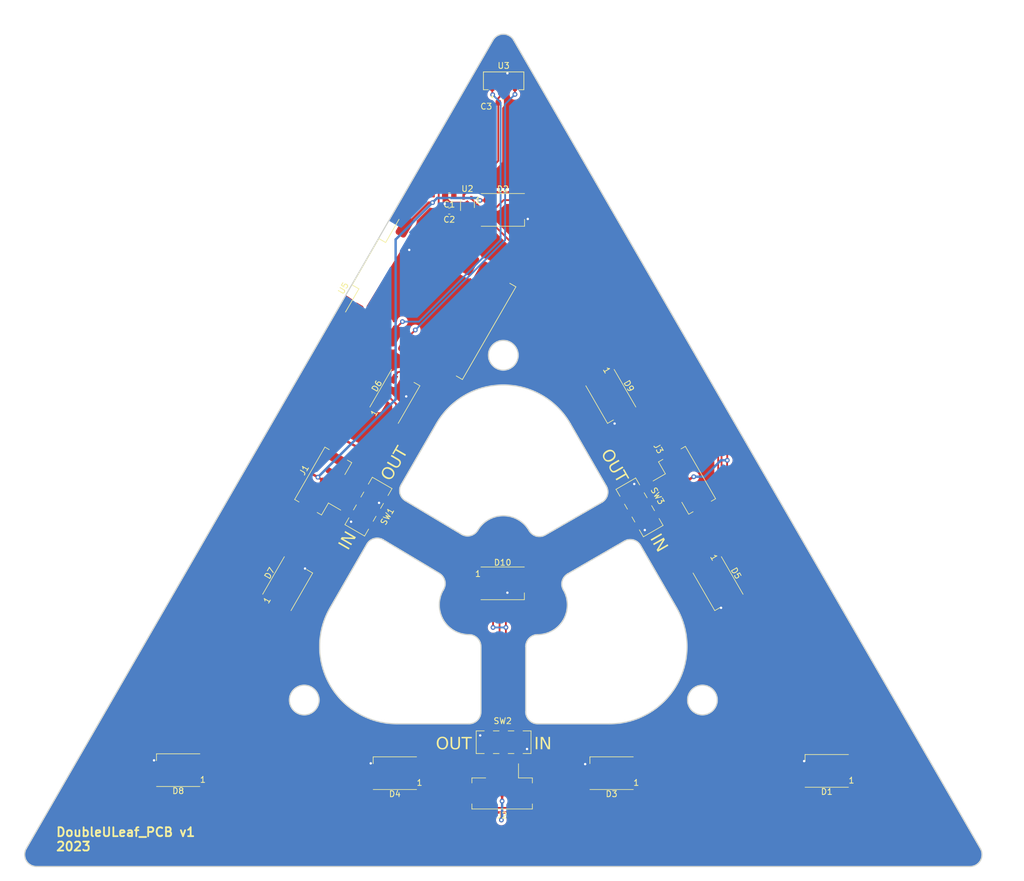
<source format=kicad_pcb>
(kicad_pcb (version 20221018) (generator pcbnew)
  (layers (0 "F.Cu" signal) (31 "B.Cu" signal) (34 "B.Paste" user) (35 "F.Paste" user) (36 "B.SilkS" user "B.Silkscreen") (37 "F.SilkS" user "F.Silkscreen") (38 "B.Mask" user) (39 "F.Mask" user) (44 "Edge.Cuts" user))
  (net 0 "")
  (net 1 "GND")
  (net 2 "DIN")
  (net 3 "+5V")
  (net 4 "Net-(D1-DOUT)")
  (net 5 "Net-(D2-DOUT)")
  (net 6 "DOUT")
  (net 7 "Net-(D5-DOUT)")
  (net 8 "Net-(D6-DOUT)")
  (net 9 "+3V3")
  (net 10 "Net-(J1-Pin_1)")
  (net 11 "Net-(J2-Pin_1)")
  (net 12 "Net-(J3-Pin_1)")
  (net 13 "ESP_DOUT")
  (net 14 "SDA")
  (net 15 "SCL")
  (net 16 "Net-(D7-DOUT)")
  (net 17 "Net-(D10-DIN)")
  (net 28 "Net-(D1-DIN)")
  (net 29 "Net-(D3-DIN)")
  (net 30 "Net-(D4-DIN)")
  (net 31 "Net-(J1-Pin_3)")
  (net 32 "Net-(J2-Pin_3)")
  (net 33 "Net-(J3-Pin_3)")
  (footprint "Connector_JST:JST_PH_B3B-PH-SM4-TB_1x03-1MP_P2.00mm_Vertical" (layer "F.Cu") (at 115.951 96.139 60)
    (fp_text reference "J1" (at 0 -5.45 60) (layer "F.SilkS"))
    (fp_text value "Conn_01x03_Pin")
    (pad "1" smd roundrect (at -2 0.5 60) (size 1 5.5) (layers "F.Cu" "F.Paste" "F.Mask") (net 10 "Net-(J1-Pin_1)"))
    (pad "2" smd roundrect (at 0 0.5 60) (size 1 5.5) (layers "F.Cu" "F.Paste" "F.Mask") (net 3 "+5V"))
    (pad "3" smd roundrect (at 2 0.5 60) (size 1 5.5) (layers "F.Cu" "F.Paste" "F.Mask") (net 31 "Net-(J1-Pin_3)"))
    (pad "MP" smd roundrect (at -4.4 -1.75 60) (size 1.6 3) (layers "F.Cu" "F.Paste" "F.Mask") (roundrect_rratio 0.15625))
    (pad "MP" smd roundrect (at 4.4 -1.75 60) (size 1.6 3) (layers "F.Cu" "F.Paste" "F.Mask") (roundrect_rratio 0.15625))
  )
  (footprint "LED_SMD:LED_WS2812B_PLCC4_5.0x5.0mm_P3.2mm" (layer "F.Cu") (at 90.043 143.891 180)
    (fp_text reference "D8" (at 0 -3.5 180) (layer "F.SilkS"))
    (fp_text value "WS2812B")
    (fp_text user "1" (at -4.15 -1.6 180) (layer "F.SilkS"))
    (pad "1" smd rect (at -2.45 -1.65 180) (size 1.5 0.9) (layers "F.Cu" "F.Paste" "F.Mask") (net 3 "+5V"))
    (pad "2" smd rect (at -2.45 1.65 180) (size 1.5 0.9) (layers "F.Cu" "F.Paste" "F.Mask") (net 30 "Net-(D4-DIN)"))
    (pad "3" smd rect (at 2.45 1.65 180) (size 1.5 0.9) (layers "F.Cu" "F.Paste" "F.Mask") (net 1 "GND"))
    (pad "4" smd rect (at 2.45 -1.65 180) (size 1.5 0.9) (layers "F.Cu" "F.Paste" "F.Mask") (net 16 "Net-(D7-DOUT)"))
  )
  (footprint "LED_SMD:LED_WS2812B_PLCC4_5.0x5.0mm_P3.2mm" (layer "F.Cu") (at 144.616 112.471)
    (fp_text reference "D10" (at 0 -3.5) (layer "F.SilkS"))
    (fp_text value "WS2812B")
    (fp_text user "1" (at -4.15 -1.6) (layer "F.SilkS"))
    (pad "1" smd rect (at -2.45 -1.65) (size 1.5 0.9) (layers "F.Cu" "F.Paste" "F.Mask") (net 3 "+5V"))
    (pad "2" smd rect (at -2.45 1.65) (size 1.5 0.9) (layers "F.Cu" "F.Paste" "F.Mask") (net 6 "DOUT"))
    (pad "3" smd rect (at 2.45 1.65) (size 1.5 0.9) (layers "F.Cu" "F.Paste" "F.Mask") (net 1 "GND"))
    (pad "4" smd rect (at 2.45 -1.65) (size 1.5 0.9) (layers "F.Cu" "F.Paste" "F.Mask") (net 17 "Net-(D10-DIN)"))
  )
  (footprint "Sensor:XDCR_VEML7700-TT" (layer "F.Cu") (at 144.78 27.94 90)
    (fp_text reference "U3" (at 2.54 0 180) (layer "F.SilkS"))
    (fp_text value "VEML7700-TT")
    (pad "1" smd rect (at -0.9 -1.905 90) (size 1.6 0.7) (layers "F.Cu" "F.Paste" "F.Mask") (net 14 "SDA"))
    (pad "2" smd rect (at -0.9 -0.635 90) (size 1.6 0.7) (layers "F.Cu" "F.Paste" "F.Mask") (net 9 "+3V3"))
    (pad "3" smd rect (at -0.9 0.635 90) (size 1.6 0.7) (layers "F.Cu" "F.Paste" "F.Mask") (net 1 "GND"))
    (pad "4" smd rect (at -0.9 1.905 90) (size 1.6 0.7) (layers "F.Cu" "F.Paste" "F.Mask") (net 15 "SCL"))
  )
  (footprint "Connector_JST:JST_PH_B3B-PH-SM4-TB_1x03-1MP_P2.00mm_Vertical" (layer "F.Cu") (at 174.117 96.012 -60)
    (fp_text reference "J3" (at -7.040276 -0.251884 120) (layer "F.SilkS"))
    (fp_text value "Conn_01x03_Pin")
    (pad "1" smd roundrect (at -2 0.5 300) (size 1 5.5) (layers "F.Cu" "F.Paste" "F.Mask") (net 12 "Net-(J3-Pin_1)"))
    (pad "2" smd roundrect (at 0 0.5 300) (size 1 5.5) (layers "F.Cu" "F.Paste" "F.Mask") (net 3 "+5V"))
    (pad "3" smd roundrect (at 2 0.5 300) (size 1 5.5) (layers "F.Cu" "F.Paste" "F.Mask") (net 33 "Net-(J3-Pin_3)"))
    (pad "MP" smd roundrect (at -4.4 -1.75 300) (size 1.6 3) (layers "F.Cu" "F.Paste" "F.Mask") (roundrect_rratio 0.15625))
    (pad "MP" smd roundrect (at 4.4 -1.75 300) (size 1.6 3) (layers "F.Cu" "F.Paste" "F.Mask") (roundrect_rratio 0.15625))
  )
  (footprint "Capacitor_SMD:C_0603_1608Metric" (layer "F.Cu") (at 144.653 31.623)
    (fp_text reference "C3" (at -2.794 0.635) (layer "F.SilkS"))
    (fp_text value "100nF")
    (pad "1" smd roundrect (at -0.775 0) (size 0.9 0.95) (layers "F.Cu" "F.Paste" "F.Mask") (net 9 "+3V3"))
    (pad "2" smd roundrect (at 0.775 0) (size 0.9 0.95) (layers "F.Cu" "F.Paste" "F.Mask") (net 1 "GND"))
  )
  (footprint "Capacitor_SMD:C_0603_1608Metric" (layer "F.Cu") (at 135.636 49.85 180)
    (fp_text reference "C2" (at 0 -1.43 180) (layer "F.SilkS"))
    (fp_text value "100nF")
    (pad "1" smd roundrect (at -0.775 0 180) (size 0.9 0.95) (layers "F.Cu" "F.Paste" "F.Mask") (net 9 "+3V3"))
    (pad "2" smd roundrect (at 0.775 0 180) (size 0.9 0.95) (layers "F.Cu" "F.Paste" "F.Mask") (net 1 "GND"))
  )
  (footprint "LED_SMD:LED_WS2812B_PLCC4_5.0x5.0mm_P3.2mm" (layer "F.Cu") (at 180.848 112.522 -60)
    (fp_text reference "D5" (at 0 -3.5 -60) (layer "F.SilkS"))
    (fp_text value "WS2812B")
    (fp_text user "1" (at -4.15 -1.6 -60) (layer "F.SilkS"))
    (pad "1" smd rect (at -2.45 -1.65 300) (size 1.5 0.9) (layers "F.Cu" "F.Paste" "F.Mask") (net 3 "+5V"))
    (pad "2" smd rect (at -2.45 1.65 300) (size 1.5 0.9) (layers "F.Cu" "F.Paste" "F.Mask") (net 7 "Net-(D5-DOUT)"))
    (pad "3" smd rect (at 2.45 1.65 300) (size 1.5 0.9) (layers "F.Cu" "F.Paste" "F.Mask") (net 1 "GND"))
    (pad "4" smd rect (at 2.45 -1.65 300) (size 1.5 0.9) (layers "F.Cu" "F.Paste" "F.Mask") (net 4 "Net-(D1-DOUT)"))
  )
  (footprint "LED_SMD:LED_WS2812B_PLCC4_5.0x5.0mm_P3.2mm" (layer "F.Cu") (at 162.814 81.026 -60)
    (fp_text reference "D9" (at 0 -3.5 -60) (layer "F.SilkS"))
    (fp_text value "WS2812B")
    (fp_text user "1" (at -4.15 -1.6 -60) (layer "F.SilkS"))
    (pad "1" smd rect (at -2.45 -1.65 300) (size 1.5 0.9) (layers "F.Cu" "F.Paste" "F.Mask") (net 3 "+5V"))
    (pad "2" smd rect (at -2.45 1.65 300) (size 1.5 0.9) (layers "F.Cu" "F.Paste" "F.Mask") (net 17 "Net-(D10-DIN)"))
    (pad "3" smd rect (at 2.45 1.65 300) (size 1.5 0.9) (layers "F.Cu" "F.Paste" "F.Mask") (net 1 "GND"))
    (pad "4" smd rect (at 2.45 -1.65 300) (size 1.5 0.9) (layers "F.Cu" "F.Paste" "F.Mask") (net 7 "Net-(D5-DOUT)"))
  )
  (footprint "LED_SMD:LED_WS2812B_PLCC4_5.0x5.0mm_P3.2mm" (layer "F.Cu") (at 108.458 112.522 60)
    (fp_text reference "D7" (at 0 -3.5 60) (layer "F.SilkS"))
    (fp_text value "WS2812B")
    (fp_text user "1" (at -4.15 -1.6 60) (layer "F.SilkS"))
    (pad "1" smd rect (at -2.45 -1.65 60) (size 1.5 0.9) (layers "F.Cu" "F.Paste" "F.Mask") (net 3 "+5V"))
    (pad "2" smd rect (at -2.45 1.65 60) (size 1.5 0.9) (layers "F.Cu" "F.Paste" "F.Mask") (net 16 "Net-(D7-DOUT)"))
    (pad "3" smd rect (at 2.45 1.65 60) (size 1.5 0.9) (layers "F.Cu" "F.Paste" "F.Mask") (net 1 "GND"))
    (pad "4" smd rect (at 2.45 -1.65 60) (size 1.5 0.9) (layers "F.Cu" "F.Paste" "F.Mask") (net 8 "Net-(D6-DOUT)"))
  )
  (footprint "LED_SMD:LED_WS2812B_PLCC4_5.0x5.0mm_P3.2mm" (layer "F.Cu") (at 126.492 81.026 60)
    (fp_text reference "D6" (at 0 -3.5 60) (layer "F.SilkS"))
    (fp_text value "WS2812B")
    (fp_text user "1" (at -4.15 -1.6 60) (layer "F.SilkS"))
    (pad "1" smd rect (at -2.45 -1.65 60) (size 1.5 0.9) (layers "F.Cu" "F.Paste" "F.Mask") (net 3 "+5V"))
    (pad "2" smd rect (at -2.45 1.65 60) (size 1.5 0.9) (layers "F.Cu" "F.Paste" "F.Mask") (net 8 "Net-(D6-DOUT)"))
    (pad "3" smd rect (at 2.45 1.65 60) (size 1.5 0.9) (layers "F.Cu" "F.Paste" "F.Mask") (net 1 "GND"))
    (pad "4" smd rect (at 2.45 -1.65 60) (size 1.5 0.9) (layers "F.Cu" "F.Paste" "F.Mask") (net 5 "Net-(D2-DOUT)"))
  )
  (footprint "LED_SMD:LED_WS2812B_PLCC4_5.0x5.0mm_P3.2mm" (layer "F.Cu") (at 199.136 144.018 180)
    (fp_text reference "D1" (at 0 -3.5 180) (layer "F.SilkS"))
    (fp_text value "WS2812B")
    (fp_text user "1" (at -4.15 -1.6 180) (layer "F.SilkS"))
    (pad "1" smd rect (at -2.45 -1.65 180) (size 1.5 0.9) (layers "F.Cu" "F.Paste" "F.Mask") (net 3 "+5V"))
    (pad "2" smd rect (at -2.45 1.65 180) (size 1.5 0.9) (layers "F.Cu" "F.Paste" "F.Mask") (net 4 "Net-(D1-DOUT)"))
    (pad "3" smd rect (at 2.45 1.65 180) (size 1.5 0.9) (layers "F.Cu" "F.Paste" "F.Mask") (net 1 "GND"))
    (pad "4" smd rect (at 2.45 -1.65 180) (size 1.5 0.9) (layers "F.Cu" "F.Paste" "F.Mask") (net 28 "Net-(D1-DIN)"))
  )
  (footprint "LED_SMD:LED_WS2812B_PLCC4_5.0x5.0mm_P3.2mm" (layer "F.Cu") (at 144.653 49.657)
    (fp_text reference "D2" (at 0 -3.5) (layer "F.SilkS"))
    (fp_text value "WS2812B")
    (fp_text user "1" (at -4.15 -1.6) (layer "F.SilkS"))
    (pad "1" smd rect (at -2.45 -1.65) (size 1.5 0.9) (layers "F.Cu" "F.Paste" "F.Mask") (net 3 "+5V"))
    (pad "2" smd rect (at -2.45 1.65) (size 1.5 0.9) (layers "F.Cu" "F.Paste" "F.Mask") (net 5 "Net-(D2-DOUT)"))
    (pad "3" smd rect (at 2.45 1.65) (size 1.5 0.9) (layers "F.Cu" "F.Paste" "F.Mask") (net 1 "GND"))
    (pad "4" smd rect (at 2.45 -1.65) (size 1.5 0.9) (layers "F.Cu" "F.Paste" "F.Mask") (net 2 "DIN"))
  )
  (footprint "Button_Switch_SMD:SW_DPDT_CK_JS202011JCQN" (layer "F.Cu") (at 144.78 139.192)
    (fp_text reference "SW2" (at -0.157692 -3.575131 180) (layer "F.SilkS"))
    (fp_text value "SW_DPDT_x2")
    (pad "1" smd rect (at -2.5 -1.2) (size 1 1.6) (layers "F.Cu" "F.Paste" "F.Mask") (net 1 "GND"))
    (pad "2" smd rect (at 0 -1.2) (size 1 1.6) (layers "F.Cu" "F.Paste" "F.Mask") (net 32 "Net-(J2-Pin_3)"))
    (pad "3" smd rect (at 2.5 -1.2) (size 1 1.6) (layers "F.Cu" "F.Paste" "F.Mask") (net 2 "DIN"))
    (pad "4" smd rect (at -2.5 1.2) (size 1 1.6) (layers "F.Cu" "F.Paste" "F.Mask") (net 6 "DOUT"))
    (pad "5" smd rect (at 0 1.2) (size 1 1.6) (layers "F.Cu" "F.Paste" "F.Mask") (net 11 "Net-(J2-Pin_1)"))
    (pad "6" smd rect (at 2.5 1.2) (size 1 1.6) (layers "F.Cu" "F.Paste" "F.Mask") (net 1 "GND"))
  )
  (footprint "Espressif:MODULE_ESP32-C3_SUPERMINI_1" (layer "F.Cu") (at 132.515917 64.714 60)
    (fp_text reference "U5" (at -5.715 -13.6525 60) (layer "F.SilkS"))
    (fp_text value "ESP32-C3_SUPERMINI")
    (pad "0" smd roundrect (at 8.382 7.88 60) (size 3.4925 1.905) (layers "F.Cu" "F.Paste" "F.Mask"))
    (pad "1" smd roundrect (at 8.382 5.34 60) (size 3.4925 1.905) (layers "F.Cu" "F.Paste" "F.Mask"))
    (pad "2" smd roundrect (at 8.382 2.8 60) (size 3.4925 1.905) (layers "F.Cu" "F.Paste" "F.Mask") (net 13 "ESP_DOUT"))
    (pad "3" smd roundrect (at 8.382 0.26 60) (size 3.4925 1.905) (layers "F.Cu" "F.Paste" "F.Mask"))
    (pad "3.3" smd roundrect (at 8.382 -4.82 60) (size 3.4925 1.905) (layers "F.Cu" "F.Paste" "F.Mask") (net 9 "+3V3"))
    (pad "4" smd roundrect (at 8.382 -2.28 60) (size 3.4925 1.905) (layers "F.Cu" "F.Paste" "F.Mask"))
    (pad "5" smd roundrect (at -8.41375 -9.9 60) (size 3.4925 1.905) (layers "F.Cu" "F.Paste" "F.Mask"))
    (pad "5V" smd roundrect (at 8.382 -9.9 60) (size 3.4925 1.905) (layers "F.Cu" "F.Paste" "F.Mask") (net 3 "+5V"))
    (pad "6" smd roundrect (at -8.382 -7.36 60) (size 3.4925 1.905) (layers "F.Cu" "F.Paste" "F.Mask"))
    (pad "7" smd roundrect (at -8.382 -4.82 60) (size 3.4925 1.905) (layers "F.Cu" "F.Paste" "F.Mask"))
    (pad "8" smd roundrect (at -8.382 -2.28 60) (size 3.4925 1.905) (layers "F.Cu" "F.Paste" "F.Mask") (net 14 "SDA"))
    (pad "9" smd roundrect (at -8.382 0.26 60) (size 3.4925 1.905) (layers "F.Cu" "F.Paste" "F.Mask") (net 15 "SCL"))
    (pad "10" smd roundrect (at -8.382 2.8 60) (size 3.4925 1.905) (layers "F.Cu" "F.Paste" "F.Mask"))
    (pad "20" smd roundrect (at -8.382 5.34 60) (size 3.4925 1.905) (layers "F.Cu" "F.Paste" "F.Mask"))
    (pad "21" smd roundrect (at -8.382 7.88 60) (size 3.4925 1.905) (layers "F.Cu" "F.Paste" "F.Mask"))
    (pad "G" smd roundrect (at 8.382 -7.36 60) (size 3.4925 1.905) (layers "F.Cu" "F.Paste" "F.Mask") (net 1 "GND"))
  )
  (footprint "Button_Switch_SMD:SW_DPDT_CK_JS202011JCQN" (layer "F.Cu") (at 122.047 99.568 -120)
    (fp_text reference "SW1" (at -0.157692 -3.575131 60) (layer "F.SilkS"))
    (fp_text value "SW_DPDT_x2")
    (pad "1" smd rect (at -2.5 -1.2 240) (size 1 1.6) (layers "F.Cu" "F.Paste" "F.Mask") (net 1 "GND"))
    (pad "2" smd rect (at 0 -1.2 240) (size 1 1.6) (layers "F.Cu" "F.Paste" "F.Mask") (net 31 "Net-(J1-Pin_3)"))
    (pad "3" smd rect (at 2.5 -1.2 240) (size 1 1.6) (layers "F.Cu" "F.Paste" "F.Mask") (net 2 "DIN"))
    (pad "4" smd rect (at -2.5 1.2 240) (size 1 1.6) (layers "F.Cu" "F.Paste" "F.Mask") (net 6 "DOUT"))
    (pad "5" smd rect (at 0 1.2 240) (size 1 1.6) (layers "F.Cu" "F.Paste" "F.Mask") (net 10 "Net-(J1-Pin_1)"))
    (pad "6" smd rect (at 2.5 1.2 240) (size 1 1.6) (layers "F.Cu" "F.Paste" "F.Mask") (net 1 "GND"))
  )
  (footprint "Package_TO_SOT_SMD:SOT-353_SC-70-5" (layer "F.Cu") (at 138.699 48.58 90)
    (fp_text reference "U2" (at 2.479 -0.015) (layer "F.SilkS"))
    (fp_text value "SN74AUP1T34DCK")
    (pad "1" smd rect (at -0.95 -0.65 90) (size 0.65 0.4) (layers "F.Cu" "F.Paste" "F.Mask") (net 9 "+3V3"))
    (pad "2" smd rect (at -0.95 0 90) (size 0.65 0.4) (layers "F.Cu" "F.Paste" "F.Mask") (net 13 "ESP_DOUT"))
    (pad "3" smd rect (at -0.95 0.65 90) (size 0.65 0.4) (layers "F.Cu" "F.Paste" "F.Mask") (net 1 "GND"))
    (pad "4" smd rect (at 0.95 0.65 90) (size 0.65 0.4) (layers "F.Cu" "F.Paste" "F.Mask") (net 2 "DIN"))
    (pad "5" smd rect (at 0.95 -0.65 90) (size 0.65 0.4) (layers "F.Cu" "F.Paste" "F.Mask") (net 3 "+5V"))
  )
  (footprint "Connector_JST:JST_PH_B3B-PH-SM4-TB_1x03-1MP_P2.00mm_Vertical" (layer "F.Cu") (at 144.526 146.058 180)
    (fp_text reference "J2" (at 0 -5.45) (layer "F.SilkS"))
    (fp_text value "Conn_01x03_Pin")
    (pad "1" smd roundrect (at -2 0.5 180) (size 1 5.5) (layers "F.Cu" "F.Paste" "F.Mask") (net 11 "Net-(J2-Pin_1)"))
    (pad "2" smd roundrect (at 0 0.5 180) (size 1 5.5) (layers "F.Cu" "F.Paste" "F.Mask") (net 3 "+5V"))
    (pad "3" smd roundrect (at 2 0.5 180) (size 1 5.5) (layers "F.Cu" "F.Paste" "F.Mask") (net 32 "Net-(J2-Pin_3)"))
    (pad "MP" smd roundrect (at -4.4 -1.75 180) (size 1.6 3) (layers "F.Cu" "F.Paste" "F.Mask") (roundrect_rratio 0.15625))
    (pad "MP" smd roundrect (at 4.4 -1.75 180) (size 1.6 3) (layers "F.Cu" "F.Paste" "F.Mask") (roundrect_rratio 0.15625))
  )
  (footprint "LED_SMD:LED_WS2812B_PLCC4_5.0x5.0mm_P3.2mm" (layer "F.Cu") (at 126.492 144.399 180)
    (fp_text reference "D4" (at 0 -3.5 180) (layer "F.SilkS"))
    (fp_text value "WS2812B")
    (fp_text user "1" (at -4.15 -1.6 180) (layer "F.SilkS"))
    (pad "1" smd rect (at -2.45 -1.65 180) (size 1.5 0.9) (layers "F.Cu" "F.Paste" "F.Mask") (net 3 "+5V"))
    (pad "2" smd rect (at -2.45 1.65 180) (size 1.5 0.9) (layers "F.Cu" "F.Paste" "F.Mask") (net 29 "Net-(D3-DIN)"))
    (pad "3" smd rect (at 2.45 1.65 180) (size 1.5 0.9) (layers "F.Cu" "F.Paste" "F.Mask") (net 1 "GND"))
    (pad "4" smd rect (at 2.45 -1.65 180) (size 1.5 0.9) (layers "F.Cu" "F.Paste" "F.Mask") (net 30 "Net-(D4-DIN)"))
  )
  (footprint "Button_Switch_SMD:SW_DPDT_CK_JS202011JCQN" (layer "F.Cu") (at 167.64 99.695 -60)
    (fp_text reference "SW3" (at -0.157692 -3.575131 120) (layer "F.SilkS"))
    (fp_text value "SW_DPDT_x2")
    (pad "1" smd rect (at -2.5 -1.2 300) (size 1 1.6) (layers "F.Cu" "F.Paste" "F.Mask") (net 1 "GND"))
    (pad "2" smd rect (at 0 -1.2 300) (size 1 1.6) (layers "F.Cu" "F.Paste" "F.Mask") (net 33 "Net-(J3-Pin_3)"))
    (pad "3" smd rect (at 2.5 -1.2 300) (size 1 1.6) (layers "F.Cu" "F.Paste" "F.Mask") (net 2 "DIN"))
    (pad "4" smd rect (at -2.5 1.2 300) (size 1 1.6) (layers "F.Cu" "F.Paste" "F.Mask") (net 6 "DOUT"))
    (pad "5" smd rect (at 0 1.2 300) (size 1 1.6) (layers "F.Cu" "F.Paste" "F.Mask") (net 12 "Net-(J3-Pin_1)"))
    (pad "6" smd rect (at 2.5 1.2 300) (size 1 1.6) (layers "F.Cu" "F.Paste" "F.Mask") (net 1 "GND"))
  )
  (footprint "Capacitor_SMD:C_0603_1608Metric" (layer "F.Cu") (at 135.636 47.31 180)
    (fp_text reference "C1" (at 0 -1.43 180) (layer "F.SilkS"))
    (fp_text value "100nF")
    (pad "1" smd roundrect (at -0.775 0 180) (size 0.9 0.95) (layers "F.Cu" "F.Paste" "F.Mask") (net 3 "+5V"))
    (pad "2" smd roundrect (at 0.775 0 180) (size 0.9 0.95) (layers "F.Cu" "F.Paste" "F.Mask") (net 1 "GND"))
  )
  (footprint "LED_SMD:LED_WS2812B_PLCC4_5.0x5.0mm_P3.2mm" (layer "F.Cu") (at 162.941 144.399 180)
    (fp_text reference "D3" (at 0 -3.5 180) (layer "F.SilkS"))
    (fp_text value "WS2812B")
    (fp_text user "1" (at -4.15 -1.6 180) (layer "F.SilkS"))
    (pad "1" smd rect (at -2.45 -1.65 180) (size 1.5 0.9) (layers "F.Cu" "F.Paste" "F.Mask") (net 3 "+5V"))
    (pad "2" smd rect (at -2.45 1.65 180) (size 1.5 0.9) (layers "F.Cu" "F.Paste" "F.Mask") (net 28 "Net-(D1-DIN)"))
    (pad "3" smd rect (at 2.45 1.65 180) (size 1.5 0.9) (layers "F.Cu" "F.Paste" "F.Mask") (net 1 "GND"))
    (pad "4" smd rect (at 2.45 -1.65 180) (size 1.5 0.9) (layers "F.Cu" "F.Paste" "F.Mask") (net 29 "Net-(D3-DIN)"))
  )
  (gr_arc (start 138.962736 121.094358) (mid 140.37695 121.680144) (end 140.962736 123.094358) (stroke (width 0.2)) (layer "Edge.Cuts"))
  (gr_line (start 148.501738 123.094358) (end 148.501738 134.094358) (stroke (width 0.2)) (layer "Edge.Cuts"))
  (gr_arc (start 154.831865 113.594358) (mid 154.831865 118.594358) (end 150.501738 121.094358) (stroke (width 0.2)) (layer "Edge.Cuts"))
  (gr_line (start 162.052745 96.101289) (end 155.990567 85.601289) (stroke (width 0.2)) (layer "Edge.Cuts"))
  (gr_line (start 155.563916 110.862307) (end 165.090195 105.362307) (stroke (width 0.2)) (layer "Edge.Cuts"))
  (gr_arc (start 140.962736 134.094358) (mid 140.376949 135.508571) (end 138.962736 136.094358) (stroke (width 0.2)) (layer "Edge.Cuts"))
  (gr_arc (start 165.090195 105.362307) (mid 166.607833 105.162506) (end 167.822246 106.094358) (stroke (width 0.2)) (layer "Edge.Cuts"))
  (gr_arc (start 121.778065 105.859081) (mid 123.00707 104.923379) (end 124.53614 105.142319) (stroke (width 0.2)) (layer "Edge.Cuts"))
  (gr_arc (start 151.794415 104.333339) (mid 150.276777 104.53314) (end 149.062364 103.601289) (stroke (width 0.2)) (layer "Edge.Cuts"))
  (gr_arc (start 138.962736 121.094358) (mid 134.632609 118.594358) (end 134.632609 113.594358) (stroke (width 0.2)) (layer "Edge.Cuts"))
  (gr_line (start 133.979408 110.786099) (end 124.53614 105.142319) (stroke (width 0.2)) (layer "Edge.Cuts"))
  (gr_arc (start 126.83838 136.094358) (mid 115.58005 129.594358) (end 115.58005 116.594358) (stroke (width 0.2)) (layer "Edge.Cuts"))
  (gr_line (start 126.83838 136.094358) (end 138.962736 136.094358) (stroke (width 0.2)) (layer "Edge.Cuts"))
  (gr_arc (start 66.216602 160.094358) (mid 64.484551 159.094358) (end 64.484551 157.094358) (stroke (width 0.2)) (layer "Edge.Cuts"))
  (gr_arc (start 140.40211 103.601289) (mid 144.732237 101.101289) (end 149.062364 103.601289) (stroke (width 0.2)) (layer "Edge.Cuts"))
  (gr_arc (start 140.454935 103.509792) (mid 139.225931 104.445495) (end 137.69686 104.226554) (stroke (width 0.2)) (layer "Edge.Cuts"))
  (gr_line (start 121.778065 105.859081) (end 115.58005 116.594358) (stroke (width 0.2)) (layer "Edge.Cuts"))
  (gr_line (start 140.962736 123.094358) (end 140.962736 134.094358) (stroke (width 0.2)) (layer "Edge.Cuts"))
  (gr_line (start 150.501738 136.094358) (end 162.626094 136.094358) (stroke (width 0.2)) (layer "Edge.Cuts"))
  (gr_arc (start 128.253592 98.582774) (mid 127.343914 97.369058) (end 127.547566 95.866012) (stroke (width 0.2)) (layer "Edge.Cuts"))
  (gr_circle (center 178.219772 132.093706) (end 180.719772 132.093706) (stroke (width 0.2)) (fill none) (layer "Edge.Cuts"))
  (gr_line (start 173.884424 116.594358) (end 167.822246 106.094358) (stroke (width 0.2)) (layer "Edge.Cuts"))
  (gr_arc (start 162.052745 96.101289) (mid 162.252546 97.618927) (end 161.320694 98.833339) (stroke (width 0.2)) (layer "Edge.Cuts"))
  (gr_arc (start 143.000186 21.101289) (mid 144.732237 20.101289) (end 146.464288 21.101289) (stroke (width 0.2)) (layer "Edge.Cuts"))
  (gr_arc (start 224.979923 157.094358) (mid 224.979923 159.094358) (end 223.247872 160.094358) (stroke (width 0.2)) (layer "Edge.Cuts"))
  (gr_arc (start 150.501738 136.094358) (mid 149.087524 135.508572) (end 148.501738 134.094358) (stroke (width 0.2)) (layer "Edge.Cuts"))
  (gr_line (start 151.794415 104.333339) (end 161.320694 98.833339) (stroke (width 0.2)) (layer "Edge.Cuts"))
  (gr_line (start 223.247872 160.094358) (end 66.216602 160.094358) (stroke (width 0.2)) (layer "Edge.Cuts"))
  (gr_arc (start 154.831865 113.594358) (mid 154.632064 112.07672) (end 155.563916 110.862307) (stroke (width 0.2)) (layer "Edge.Cuts"))
  (gr_arc (start 133.979408 110.786099) (mid 134.889086 111.999815) (end 134.685434 113.502861) (stroke (width 0.2)) (layer "Edge.Cuts"))
  (gr_circle (center 111.244165 132.096439) (end 113.744165 132.096439) (stroke (width 0.2)) (fill none) (layer "Edge.Cuts"))
  (gr_line (start 64.484551 157.094358) (end 143.000186 21.101289) (stroke (width 0.2)) (layer "Edge.Cuts"))
  (gr_line (start 134.685434 113.502861) (end 134.632609 113.594358) (stroke (width 0.2)) (layer "Edge.Cuts"))
  (gr_arc (start 133.473907 85.601289) (mid 144.732237 79.101289) (end 155.990567 85.601289) (stroke (width 0.2)) (layer "Edge.Cuts"))
  (gr_arc (start 173.884424 116.594358) (mid 173.884424 129.594358) (end 162.626094 136.094358) (stroke (width 0.2)) (layer "Edge.Cuts"))
  (gr_line (start 140.40211 103.601289) (end 140.454935 103.509792) (stroke (width 0.2)) (layer "Edge.Cuts"))
  (gr_line (start 133.473907 85.601289) (end 127.547566 95.866012) (stroke (width 0.2)) (layer "Edge.Cuts"))
  (gr_line (start 146.464288 21.101289) (end 224.979923 157.094358) (stroke (width 0.2)) (layer "Edge.Cuts"))
  (gr_circle (center 144.727662 74.101817) (end 147.227662 74.101817) (stroke (width 0.2)) (fill none) (layer "Edge.Cuts"))
  (gr_line (start 128.253592 98.582774) (end 137.69686 104.226554) (stroke (width 0.2)) (layer "Edge.Cuts"))
  (gr_arc (start 148.501738 123.094358) (mid 149.087524 121.680144) (end 150.501738 121.094358) (stroke (width 0.2)) (layer "Edge.Cuts"))
  (gr_text "OUT" (at 127.508 92.964 60) (layer "F.SilkS") (effects (font (size 2.032 2.032)) (justify bottom)))
  (gr_text "IN" (at 151.384 140.716) (layer "F.SilkS") (effects (font (size 2.032 2.032)) (justify bottom)))
  (gr_text "OUT" (at 162.306 93.345 300) (layer "F.SilkS") (effects (font (size 2.032 2.032)) (justify bottom)))
  (gr_text "IN" (at 169.799 106.299 300) (layer "F.SilkS") (effects (font (size 2.032 2.032)) (justify bottom)))
  (gr_text "IN" (at 119.634 105.918 60) (layer "F.SilkS") (effects (font (size 2.032 2.032)) (justify bottom)))
  (gr_text "OUT" (at 136.398 140.716) (layer "F.SilkS") (effects (font (size 2.032 2.032)) (justify bottom)))
  (gr_text "DoubleULeaf_PCB v1\n2023" (at 69.3674 157.607) (layer "F.SilkS") (effects (font (size 1.5 1.5) (thickness 0.3) bold) (justify left bottom)))
  (segment (start 134.874 49.837) (end 134.861 49.85) (width 0.4064) (layer "F.Cu") (net 1))
  (segment (start 145.428 31.623) (end 145.415 31.61) (width 0.4064) (layer "F.Cu") (net 1))
  (segment (start 167.85077 102.82677) (end 168.529 103.505) (width 0.4064) (layer "F.Cu") (net 1))
  (segment (start 148.66 140.392) (end 148.717 140.335) (width 0.4064) (layer "F.Cu") (net 1))
  (segment (start 145.415 28.84) (end 145.415 26.67) (width 0.4064) (layer "F.Cu") (net 1))
  (segment (start 160.491 142.799) (end 158.572 142.799) (width 0.4064) (layer "F.Cu") (net 1))
  (segment (start 162.653359 83.947762) (end 163.449 85.598) (width 0.4064) (layer "F.Cu") (net 1))
  (segment (start 130.33297 53.774975) (end 128.905 56.388) (width 0.4064) (layer "F.Cu") (net 1))
  (segment (start 196.686 142.418) (end 195.377 142.418) (width 0.4064) (layer "F.Cu") (net 1))
  (segment (start 142.28 137.992) (end 140.9 137.992) (width 0.4064) (layer "F.Cu") (net 1))
  (segment (start 129.413 56.896) (end 129.921 56.896) (width 0.3048) (layer "F.Cu") (net 1))
  (segment (start 167.42923 96.43623) (end 166.751 95.758) (width 0.4064) (layer "F.Cu") (net 1))
  (segment (start 140.9 137.992) (end 140.843 138.049) (width 0.4064) (layer "F.Cu") (net 1))
  (segment (start 87.593 142.291) (end 86.03 142.291) (width 0.4064) (layer "F.Cu") (net 1))
  (segment (start 122.479 142.799) (end 122.428 142.748) (width 0.4064) (layer "F.Cu") (net 1))
  (segment (start 147.103 51.257) (end 148.768 51.257) (width 0.4064) (layer "F.Cu") (net 1))
  (segment (start 124.042 142.799) (end 122.479 142.799) (width 0.4064) (layer "F.Cu") (net 1))
  (segment (start 110.814641 111.200238) (end 111.379 109.982) (width 0.4064) (layer "F.Cu") (net 1))
  (segment (start 134.874 48.643) (end 134.874 47.323) (width 0.4064) (layer "F.Cu") (net 1))
  (segment (start 119.75777 101.133064) (end 119.126 102.108) (width 0.4064) (layer "F.Cu") (net 1))
  (segment (start 134.874 47.323) (end 134.861 47.31) (width 0.4064) (layer "F.Cu") (net 1))
  (segment (start 167.42923 96.929936) (end 167.42923 96.43623) (width 0.4064) (layer "F.Cu") (net 1))
  (segment (start 145.415 31.61) (end 145.415 28.84) (width 0.4064) (layer "F.Cu") (net 1))
  (segment (start 195.377 142.418) (end 195.326 142.367) (width 0.4064) (layer "F.Cu") (net 1))
  (segment (start 148.768 51.257) (end 148.844 51.181) (width 0.4064) (layer "F.Cu") (net 1))
  (segment (start 86.03 142.291) (end 85.979 142.24) (width 0.4064) (layer "F.Cu") (net 1))
  (segment (start 129.102641 79.704238) (end 128.397 81.026) (width 0.4064) (layer "F.Cu") (net 1))
  (segment (start 158.572 142.799) (end 158.496 142.875) (width 0.4064) (layer "F.Cu") (net 1))
  (segment (start 128.905 56.388) (end 129.413 56.896) (width 0.3048) (layer "F.Cu") (net 1))
  (segment (start 167.85077 102.460064) (end 167.85077 102.82677) (width 0.4064) (layer "F.Cu") (net 1))
  (segment (start 124.33623 98.002936) (end 123.825 98.933) (width 0.4064) (layer "F.Cu") (net 1))
  (segment (start 145.44 114.071) (end 145.415 114.046) (width 0.4064) (layer "F.Cu") (net 1))
  (segment (start 147.28 140.392) (end 148.66 140.392) (width 0.4064) (layer "F.Cu") (net 1))
  (segment (start 134.874 48.643) (end 134.874 49.837) (width 0.4064) (layer "F.Cu") (net 1))
  (segment (start 180.687359 115.443762) (end 181.356 116.586) (width 0.4064) (layer "F.Cu") (net 1))
  (segment (start 147.066 114.071) (end 145.44 114.071) (width 0.4064) (layer "F.Cu") (net 1))
  (via (at 148.844 51.181) (size 0.8) (drill 0.4) (layers "F.Cu" "B.Cu") (net 1))
  (via (at 168.529 103.505) (size 0.8) (drill 0.4) (layers "F.Cu" "B.Cu") (net 1))
  (via (at 145.415 114.046) (size 0.8) (drill 0.4) (layers "F.Cu" "B.Cu") (net 1))
  (via (at 134.874 48.643) (size 0.8) (drill 0.4) (layers "F.Cu" "B.Cu") (net 1))
  (via (at 195.326 142.367) (size 0.8) (drill 0.4) (layers "F.Cu" "B.Cu") (net 1))
  (via (at 128.397 81.026) (size 0.8) (drill 0.4) (layers "F.Cu" "B.Cu") (net 1))
  (via (at 123.825 98.933) (size 0.8) (drill 0.4) (layers "F.Cu" "B.Cu") (net 1))
  (via (at 128.905 56.388) (size 0.8) (drill 0.4) (layers "F.Cu" "B.Cu") (net 1))
  (via (at 158.496 142.875) (size 0.8) (drill 0.4) (layers "F.Cu" "B.Cu") (net 1))
  (via (at 140.843 138.049) (size 0.8) (drill 0.4) (layers "F.Cu" "B.Cu") (net 1))
  (via (at 181.356 116.586) (size 0.8) (drill 0.4) (layers "F.Cu" "B.Cu") (net 1))
  (via (at 122.428 142.748) (size 0.8) (drill 0.4) (layers "F.Cu" "B.Cu") (net 1))
  (via (at 163.449 85.598) (size 0.8) (drill 0.4) (layers "F.Cu" "B.Cu") (net 1))
  (via (at 119.126 102.108) (size 0.8) (drill 0.4) (layers "F.Cu" "B.Cu") (net 1))
  (via (at 166.751 95.758) (size 0.8) (drill 0.4) (layers "F.Cu" "B.Cu") (net 1))
  (via (at 111.379 109.982) (size 0.8) (drill 0.4) (layers "F.Cu" "B.Cu") (net 1))
  (via (at 148.717 140.335) (size 0.8) (drill 0.4) (layers "F.Cu" "B.Cu") (net 1))
  (via (at 85.979 142.24) (size 0.8) (drill 0.4) (layers "F.Cu" "B.Cu") (net 1))
  (via (at 145.415 26.67) (size 0.8) (drill 0.4) (layers "F.Cu" "B.Cu") (net 1))
  (segment (start 161.29 101.981) (end 166.116 101.981) (width 0.3048) (layer "F.Cu") (net 2))
  (segment (start 180.8734 100.1014) (end 179.714736 101.260064) (width 0.3048) (layer "F.Cu") (net 2))
  (segment (start 162.2298 60.628304) (end 162.2298 75.8952) (width 0.3048) (layer "F.Cu") (net 2))
  (segment (start 179.714736 101.260064) (end 169.92923 101.260064) (width 0.3048) (layer "F.Cu") (net 2))
  (segment (start 143.637 49.149) (end 140.743 49.149) (width 0.3048) (layer "F.Cu") (net 2))
  (segment (start 147.103 48.007) (end 149.608496 48.007) (width 0.3048) (layer "F.Cu") (net 2))
  (segment (start 166.116 101.981) (end 167.894 100.965) (width 0.3048) (layer "F.Cu") (net 2))
  (segment (start 161.8488 76.2762) (end 161.0614 78.4098) (width 0.3048) (layer "F.Cu") (net 2))
  (segment (start 167.894 100.965) (end 169.888166 101.219) (width 0.3048) (layer "F.Cu") (net 2))
  (segment (start 164.5158 83.7692) (end 166.4462 83.7692) (width 0.3048) (layer "F.Cu") (net 2))
  (segment (start 162.2298 75.8952) (end 161.8488 76.2762) (width 0.3048) (layer "F.Cu") (net 2))
  (segment (start 143.002 117.122263) (end 128.212801 102.333064) (width 0.3048) (layer "F.Cu") (net 2))
  (segment (start 161.417 78.994) (end 164.5158 83.7692) (width 0.3048) (layer "F.Cu") (net 2))
  (segment (start 145.161 134.747) (end 147.28 136.866) (width 0.3048) (layer "F.Cu") (net 2))
  (segment (start 145.161 118.11) (end 161.29 101.981) (width 0.3048) (layer "F.Cu") (net 2))
  (segment (start 161.0614 78.4098) (end 161.417 78.994) (width 0.3048) (layer "F.Cu") (net 2))
  (segment (start 149.608496 48.007) (end 162.2298 60.628304) (width 0.3048) (layer "F.Cu") (net 2))
  (segment (start 169.888166 101.219) (end 169.92923 101.260064) (width 0.3048) (layer "F.Cu") (net 2))
  (segment (start 147.28 136.866) (end 147.28 137.992) (width 0.3048) (layer "F.Cu") (net 2))
  (segment (start 180.8734 90.477662) (end 180.8734 100.1014) (width 0.3048) (layer "F.Cu") (net 2))
  (segment (start 145.161 119.888) (end 145.161 118.11) (width 0.3048) (layer "F.Cu") (net 2))
  (segment (start 169.4688 80.7466) (end 171.142338 80.7466) (width 0.3048) (layer "F.Cu") (net 2))
  (segment (start 171.142338 80.7466) (end 180.8734 90.477662) (width 0.3048) (layer "F.Cu") (net 2))
  (segment (start 147.103 48.007) (end 144.779 48.007) (width 0.3048) (layer "F.Cu") (net 2))
  (segment (start 144.779 48.007) (end 143.637 49.149) (width 0.3048) (layer "F.Cu") (net 2))
  (segment (start 128.212801 102.333064) (end 121.83623 102.333064) (width 0.3048) (layer "F.Cu") (net 2))
  (segment (start 166.4462 83.7692) (end 169.4688 80.7466) (width 0.3048) (layer "F.Cu") (net 2))
  (segment (start 140.743 49.149) (end 139.349 47.755) (width 0.3048) (layer "F.Cu") (net 2))
  (segment (start 143.002 119.888) (end 143.002 117.122263) (width 0.3048) (layer "F.Cu") (net 2))
  (segment (start 139.349 47.755) (end 139.349 47.63) (width 0.3048) (layer "F.Cu") (net 2))
  (segment (start 145.161 119.888) (end 145.161 134.747) (width 0.3048) (layer "F.Cu") (net 2))
  (via (at 145.161 119.888) (size 0.8) (drill 0.4) (layers "F.Cu" "B.Cu") (net 2))
  (via (at 143.002 119.888) (size 0.8) (drill 0.4) (layers "F.Cu" "B.Cu") (net 2))
  (segment (start 143.002 119.888) (end 145.161 119.888) (width 0.3048) (layer "B.Cu") (net 2))
  (segment (start 140.792 48.057) (end 142.203 48.057) (width 0.4064) (layer "F.Cu") (net 3))
  (segment (start 109.475969 111.961231) (end 109.475969 108.961339) (width 0.4064) (layer "F.Cu") (net 3))
  (segment (start 126.902779 98.911979) (end 138.8618 110.871) (width 0.4064) (layer "F.Cu") (net 3))
  (segment (start 116.6876 81.1022) (end 122.527676 81.1022) (width 0.4064) (layer "F.Cu") (net 3))
  (segment (start 198.9328 122.375704) (end 191.707577 115.150481) (width 0.4064) (layer "F.Cu") (net 3))
  (segment (start 84.582 151.003) (end 92.5576 151.003) (width 0.4064) (layer "F.Cu") (net 3))
  (segment (start 165.391 146.049) (end 165.391 150.9914) (width 0.4064) (layer "F.Cu") (net 3))
  (segment (start 105.593359 113.843762) (end 105.593359 113.989641) (width 0.4064) (layer "F.Cu") (net 3))
  (segment (start 114.8588 84.1756) (end 116.6876 81.1022) (width 0.4064) (layer "F.Cu") (net 3))
  (segment (start 105.804058 113.818762) (end 107.618438 113.818762) (width 0.4064) (layer "F.Cu") (net 3))
  (segment (start 83.4644 149.8854) (end 84.582 151.003) (width 0.4064) (layer "F.Cu") (net 3))
  (segment (start 109.093 108.57837) (end 109.093 94.1578) (width 0.4064) (layer "F.Cu") (net 3))
  (segment (start 182.3974 90.421138) (end 171.478262 79.502) (width 0.3048) (layer "F.Cu") (net 3))
  (segment (start 182.3974 91.7702) (end 182.372 91.7956) (width 0.3048) (layer "F.Cu") (net 3))
  (segment (start 182.372 91.7956) (end 182.372 108.25518) (width 0.3048) (layer "F.Cu") (net 3))
  (segment (start 197.2956 147.3052) (end 198.9828 145.618) (width 0.4064) (layer "F.Cu") (net 3))
  (segment (start 198.9328 145.668) (end 198.9328 122.375704) (width 0.4064) (layer "F.Cu") (net 3))
  (segment (start 92.493 150.9384) (end 92.5576 151.003) (width 0.4064) (layer "F.Cu") (net 3))
  (segment (start 109.093 94.1578) (end 114.1476 85.3694) (width 0.4064) (layer "F.Cu") (net 3))
  (segment (start 142.203 48.007) (end 142.203 46.7752) (width 0.4064) (layer "F.Cu") (net 3))
  (segment (start 132.200441 48.4378) (end 132.8166 48.4378) (width 0.4064) (layer "F.Cu") (net 3))
  (segment (start 182.372 108.25518) (end 181.051942 109.575238) (width 0.3048) (layer "F.Cu") (net 3))
  (segment (start 105.593359 113.989641) (end 83.4644 136.1186) (width 0.4064) (layer "F.Cu") (net 3))
  (segment (start 128.942 146.049) (end 128.9558 146.0628) (width 0.4064) (layer "F.Cu") (net 3))
  (segment (start 142.113 46.6852) (end 138.4808 46.6852) (width 0.4064) (layer "F.Cu") (net 3))
  (segment (start 138.4808 46.6852) (end 138.049 47.117) (width 0.4064) (layer "F.Cu") (net 3))
  (segment (start 116.384013 96.389) (end 113.538 94.615) (width 0.4064) (layer "F.Cu") (net 3))
  (segment (start 144.399 151.003) (end 165.3794 151.003) (width 0.4064) (layer "F.Cu") (net 3))
  (segment (start 114.1476 85.3694) (end 114.8588 84.1756) (width 0.4064) (layer "F.Cu") (net 3))
  (segment (start 165.3794 151.003) (end 194.283104 151.003) (width 0.4064) (layer "F.Cu") (net 3))
  (segment (start 171.478262 79.502) (end 164.372403 79.502) (width 0.3048) (layer "F.Cu") (net 3))
  (segment (start 201.586 145.668) (end 198.9328 145.668) (width 0.4064) (layer "F.Cu") (net 3))
  (segment (start 138.049 47.117) (end 138.049 47.63) (width 0.4064) (layer "F.Cu") (net 3))
  (segment (start 182.2196 115.150481) (end 181.0004 113.03) (width 0.4064) (layer "F.Cu") (net 3))
  (segment (start 149.1488 46.6852) (end 142.113 46.6852) (width 0.4064) (layer "F.Cu") (net 3))
  (segment (start 113.850816 85.885416) (end 117.856 88.265) (width 0.4064) (layer "F.Cu") (net 3))
  (segment (start 197.2956 147.990504) (end 197.2956 147.3052) (width 0.4064) (layer "F.Cu") (net 3))
  (segment (start 142.203 46.7752) (end 142.113 46.6852) (width 0.4064) (layer "F.Cu") (net 3))
  (segment (start 173.683987 96.262) (end 176.7586 94.5388) (width 0.4064) (layer "F.Cu") (net 3))
  (segment (start 138.8618 110.871) (end 142.166 110.871) (width 0.4064) (layer "F.Cu") (net 3))
  (segment (start 181.0004 113.03) (end 181.051942 109.575238) (width 0.4064) (layer "F.Cu") (net 3))
  (segment (start 128.133266 52.504975) (end 132.200441 48.4378) (width 0.4064) (layer "F.Cu") (net 3))
  (segment (start 191.707577 115.150481) (end 182.2196 115.150481) (width 0.4064) (layer "F.Cu") (net 3))
  (segment (start 125.7808 92.71) (end 126.902779 98.911979) (width 0.4064) (layer "F.Cu") (net 3))
  (segment (start 83.4644 136.1186) (end 83.4644 149.8854) (width 0.4064) (layer "F.Cu") (net 3))
  (segment (start 163.017942 78.079238) (end 162.8902 77.951496) (width 0.4064) (layer "F.Cu") (net 3))
  (segment (start 138.049 47.63) (end 136.731 47.63) (width 0.3048) (layer "F.Cu") (net 3))
  (segment (start 92.493 145.541) (end 92.493 150.9384) (width 0.4064) (layer "F.Cu") (net 3))
  (segment (start 165.391 150.9914) (end 165.3794 151.003) (width 0.4064) (layer "F.Cu") (net 3))
  (segment (start 128.9558 146.0628) (end 128.9558 151.003) (width 0.4064) (layer "F.Cu") (net 3))
  (segment (start 144.526 145.558) (end 144.526 149.098) (width 0.4064) (layer "F.Cu") (net 3))
  (segment (start 128.9558 151.003) (end 144.399 151.003) (width 0.4064) (layer "F.Cu") (net 3))
  (segment (start 194.283104 151.003) (end 197.2956 147.990504) (width 0.4064) (layer "F.Cu") (net 3))
  (segment (start 162.8902 77.951496) (end 162.8902 60.4266) (width 0.4064) (layer "F.Cu") (net 3))
  (segment (start 109.475969 108.961339) (end 109.093 108.57837) (width 0.4064) (layer "F.Cu") (net 3))
  (segment (start 136.731 47.63) (end 136.411 47.31) (width 0.3048) (layer "F.Cu") (net 3))
  (segment (start 144.399 152.273) (end 144.399 151.003) (width 0.4064) (layer "F.Cu") (net 3))
  (segment (start 92.5576 151.003) (end 128.9558 151.003) (width 0.4064) (layer "F.Cu") (net 3))
  (segment (start 109.974077 92.625877) (end 113.538 94.615) (width 0.4064) (layer "F.Cu") (net 3))
  (segment (start 164.372403 79.502) (end 162.974641 78.104238) (width 0.3048) (layer "F.Cu") (net 3))
  (segment (start 198.9828 145.618) (end 201.586 145.618) (width 0.4064) (layer "F.Cu") (net 3))
  (segment (start 122.527676 81.1022) (end 123.773238 82.347762) (width 0.4064) (layer "F.Cu") (net 3))
  (segment (start 107.618438 113.818762) (end 109.475969 111.961231) (width 0.4064) (layer "F.Cu") (net 3))
  (segment (start 162.8902 60.4266) (end 149.1488 46.6852) (width 0.4064) (layer "F.Cu") (net 3))
  (segment (start 117.856 88.265) (end 125.7808 92.71) (width 0.4064) (layer "F.Cu") (net 3))
  (segment (start 182.3974 91.7702) (end 182.3974 90.421138) (width 0.3048) (layer "F.Cu") (net 3))
  (via (at 132.8166 48.4378) (size 0.8) (drill 0.4) (layers "F.Cu" "B.Cu") (net 3))
  (via (at 144.399 152.273) (size 0.8) (drill 0.4) (layers "F.Cu" "B.Cu") (net 3))
  (via (at 144.526 149.098) (size 0.8) (drill 0.4) (layers "F.Cu" "B.Cu") (net 3))
  (via (at 176.7586 94.5388) (size 0.8) (drill 0.4) (layers "F.Cu" "B.Cu") (net 3))
  (via (at 113.538 94.615) (size 0.8) (drill 0.4) (layers "F.Cu" "B.Cu") (net 3))
  (via (at 140.792 48.057) (size 0.8) (drill 0.4) (layers "F.Cu" "B.Cu") (net 3))
  (via (at 182.3974 91.7702) (size 0.8) (drill 0.4) (layers "F.Cu" "B.Cu") (net 3))
  (segment (start 133.5976 47.6568) (end 132.8166 48.4378) (width 0.4064) (layer "B.Cu") (net 3))
  (segment (start 181.331342 91.7702) (end 178.562742 94.5388) (width 0.4064) (layer "B.Cu") (net 3))
  (segment (start 140.3918 47.6568) (end 133.5976 47.6568) (width 0.4064) (layer "B.Cu") (net 3))
  (segment (start 132.8166 48.4378) (end 126.619 54.6354) (width 0.4064) (layer "B.Cu") (net 3))
  (segment (start 126.619 54.6354) (end 126.619 81.534) (width 0.4064) (layer "B.Cu") (net 3))
  (segment (start 178.562742 94.5388) (end 176.7586 94.5388) (width 0.4064) (layer "B.Cu") (net 3))
  (segment (start 144.526 152.146) (end 144.399 152.273) (width 0.4064) (layer "B.Cu") (net 3))
  (segment (start 144.526 149.098) (end 144.526 152.146) (width 0.4064) (layer "B.Cu") (net 3))
  (segment (start 182.3974 91.7702) (end 181.331342 91.7702) (width 0.4064) (layer "B.Cu") (net 3))
  (segment (start 126.619 81.534) (end 113.538 94.615) (width 0.4064) (layer "B.Cu") (net 3))
  (segment (start 140.792 48.057) (end 140.3918 47.6568) (width 0.4064) (layer "B.Cu") (net 3))
  (segment (start 191.6176 114.1984) (end 183.88158 114.1984) (width 0.3048) (layer "F.Cu") (net 4))
  (segment (start 183.501942 113.818762) (end 183.483641 113.818762) (width 0.3048) (layer "F.Cu") (net 4))
  (segment (start 201.586 142.368) (end 200.1022 142.368) (width 0.3048) (layer "F.Cu") (net 4))
  (segment (start 183.88158 114.1984) (end 183.501942 113.818762) (width 0.3048) (layer "F.Cu") (net 4))
  (segment (start 200.1022 142.368) (end 199.5424 141.8082) (width 0.3048) (layer "F.Cu") (net 4))
  (segment (start 201.586 142.418) (end 201.586 142.368) (width 0.3048) (layer "F.Cu") (net 4))
  (segment (start 199.5424 122.1232) (end 191.6176 114.1984) (width 0.3048) (layer "F.Cu") (net 4))
  (segment (start 199.5424 141.8082) (end 199.5424 122.1232) (width 0.3048) (layer "F.Cu") (net 4))
  (segment (start 183.483641 113.818762) (end 183.458641 113.843762) (width 0.3048) (layer "F.Cu") (net 4))
  (segment (start 134.5438 79.6036) (end 128.7018 76.6572) (width 0.3048) (layer "F.Cu") (net 5))
  (segment (start 128.7018 76.6572) (end 126.9492 76.962) (width 0.3048) (layer "F.Cu") (net 5))
  (segment (start 142.203 51.257) (end 146.05 55.104) (width 0.3048) (layer "F.Cu") (net 5))
  (segment (start 126.9492 76.962) (end 126.288058 78.079238) (width 0.3048) (layer "F.Cu") (net 5))
  (segment (start 136.144 79.248) (end 134.5438 79.6036) (width 0.3048) (layer "F.Cu") (net 5))
  (segment (start 146.05 55.104) (end 146.05 61.722) (width 0.3048) (layer "F.Cu") (net 5))
  (segment (start 146.05 61.722) (end 138.811 74.803) (width 0.3048) (layer "F.Cu") (net 5))
  (segment (start 138.811 74.803) (end 136.144 79.248) (width 0.3048) (layer "F.Cu") (net 5))
  (segment (start 165.35077 98.129936) (end 165.014064 98.129936) (width 0.3048) (layer "F.Cu") (net 6))
  (segment (start 123.317 95.758) (end 125.9332 97.409) (width 0.3048) (layer "F.Cu") (net 6))
  (segment (start 143.104 114.071) (end 144.78 112.395) (width 0.3048) (layer "F.Cu") (net 6))
  (segment (start 140.0366 138.9534) (end 141.4752 140.392) (width 0.3048) (layer "F.Cu") (net 6))
  (segment (start 140.0366 137.714978) (end 140.0366 138.9534) (width 0.3048) (layer "F.Cu") (net 6))
  (segment (start 140.817366 114.071) (end 140.779183 114.032817) (width 0.3048) (layer "F.Cu") (net 6))
  (segment (start 126.365 99.618634) (end 140.779183 114.032817) (width 0.3048) (layer "F.Cu") (net 6))
  (segment (start 142.166 114.071) (end 140.817366 114.071) (width 0.3048) (layer "F.Cu") (net 6))
  (segment (start 165.014064 98.129936) (end 162.725183 100.418817) (width 0.3048) (layer "F.Cu") (net 6))
  (segment (start 144.1006 133.650978) (end 140.0366 137.714978) (width 0.3048) (layer "F.Cu") (net 6))
  (segment (start 150.085738 112.395) (end 162.023738 100.457) (width 0.3048) (layer "F.Cu") (net 6))
  (segment (start 162.023738 100.457) (end 162.687 100.457) (width 0.3048) (layer "F.Cu") (net 6))
  (segment (start 142.166 114.071) (end 143.104 114.071) (width 0.3048) (layer "F.Cu") (net 6))
  (segment (start 122.25777 96.802936) (end 122.809 95.885) (width 0.3048) (layer "F.Cu") (net 6))
  (segment (start 142.166 115.369) (end 144.1006 117.3036) (width 0.3048) (layer "F.Cu") (net 6))
  (segment (start 125.9332 97.409) (end 126.365 99.618634) (width 0.3048) (layer "F.Cu") (net 6))
  (segment (start 144.1006 117.3036) (end 144.1006 133.650978) (width 0.3048) (layer "F.Cu") (net 6))
  (segment (start 122.809 95.885) (end 123.317 95.758) (width 0.3048) (layer "F.Cu") (net 6))
  (segment (start 142.166 114.071) (end 142.166 115.369) (width 0.3048) (layer "F.Cu") (net 6))
  (segment (start 144.78 112.395) (end 150.085738 112.395) (width 0.3048) (layer "F.Cu") (net 6))
  (segment (start 141.4752 140.392) (end 142.28 140.392) (width 0.3048) (layer "F.Cu") (net 6))
  (segment (start 181.4322 105.1306) (end 178.181 108.3818) (width 0.3048) (layer "F.Cu") (net 7))
  (segment (start 178.181 108.3818) (end 178.194058 111.225238) (width 0.3048) (layer "F.Cu") (net 7))
  (segment (start 171.3738 80.1878) (end 181.4322 90.2462) (width 0.3048) (layer "F.Cu") (net 7))
  (segment (start 165.424641 82.347762) (end 167.584603 80.1878) (width 0.3048) (layer "F.Cu") (net 7))
  (segment (start 167.584603 80.1878) (end 171.3738 80.1878) (width 0.3048) (layer "F.Cu") (net 7))
  (segment (start 181.4322 90.2462) (end 181.4322 105.1306) (width 0.3048) (layer "F.Cu") (net 7))
  (segment (start 108.068359 109.575238) (end 108.043359 109.600238) (width 0.25) (layer "F.Cu") (net 8))
  (segment (start 124.8918 80.4926) (end 126.695942 82.296742) (width 0.3048) (layer "F.Cu") (net 8))
  (segment (start 108.254058 109.575238) (end 108.458 109.371296) (width 0.3048) (layer "F.Cu") (net 8))
  (segment (start 108.458 94.006896) (end 116.2558 80.4672) (width 0.3048) (layer "F.Cu") (net 8))
  (segment (start 126.695942 82.296742) (end 126.695942 83.972762) (width 0.3048) (layer "F.Cu") (net 8))
  (segment (start 108.458 109.371296) (end 108.458 94.006896) (width 0.3048) (layer "F.Cu") (net 8))
  (segment (start 108.254058 109.575238) (end 108.068359 109.575238) (width 0.25) (layer "F.Cu") (net 8))
  (segment (start 116.2558 80.4672) (end 124.8918 80.4926) (width 0.3048) (layer "F.Cu") (net 8))
  (segment (start 136.271 42.418) (end 142.875 42.418) (width 0.3048) (layer "F.Cu") (net 9))
  (segment (start 132.532675 55.044975) (end 136.411 51.16665) (width 0.3048) (layer "F.Cu") (net 9))
  (segment (start 133.858 44.831) (end 136.271 42.418) (width 0.3048) (layer "F.Cu") (net 9))
  (segment (start 144.145 30.612) (end 144.145 28.84) (width 0.3048) (layer "F.Cu") (net 9))
  (segment (start 137.922 49.657) (end 138.049 49.53) (width 0.3048) (layer "F.Cu") (net 9))
  (segment (start 136.411 51.16665) (end 136.411 49.918) (width 0.3048) (layer "F.Cu") (net 9))
  (segment (start 143.878 41.415) (end 143.878 30.879) (width 0.3048) (layer "F.Cu") (net 9))
  (segment (start 142.875 42.418) (end 143.878 41.415) (width 0.3048) (layer "F.Cu") (net 9))
  (segment (start 136.411 49.918) (end 136.672 49.657) (width 0.3048) (layer "F.Cu") (net 9))
  (segment (start 136.672 49.657) (end 137.922 49.657) (width 0.3048) (layer "F.Cu") (net 9))
  (segment (start 133.858 53.71965) (end 133.858 44.831) (width 0.3048) (layer "F.Cu") (net 9))
  (segment (start 143.878 30.879) (end 144.145 30.612) (width 0.3048) (layer "F.Cu") (net 9))
  (segment (start 132.532675 55.044975) (end 133.858 53.71965) (width 0.3048) (layer "F.Cu") (net 9))
  (segment (start 121.00777 98.968) (end 117.983 99.568) (width 0.3048) (layer "F.Cu") (net 10))
  (segment (start 117.983 99.568) (end 115.384013 98.121051) (width 0.3048) (layer "F.Cu") (net 10))
  (segment (start 146.526 142.138) (end 144.78 140.392) (width 0.3048) (layer "F.Cu") (net 11))
  (segment (start 146.526 145.558) (end 146.526 142.138) (width 0.3048) (layer "F.Cu") (net 11))
  (segment (start 167.259 98.552) (end 170.053 96.901) (width 0.3048) (layer "F.Cu") (net 12))
  (segment (start 166.60077 100.295) (end 167.259 98.552) (width 0.3048) (layer "F.Cu") (net 12))
  (segment (start 170.053 96.901) (end 170.053 96.139) (width 0.3048) (layer "F.Cu") (net 12))
  (segment (start 170.053 96.139) (end 172.683987 94.529949) (width 0.3048) (layer "F.Cu") (net 12))
  (segment (start 140.2334 56.6674) (end 139.131788 58.854975) (width 0.25) (layer "F.Cu") (net 13))
  (segment (start 138.699 53.736) (end 140.2334 56.6674) (width 0.25) (layer "F.Cu") (net 13))
  (segment (start 138.699 49.53) (end 138.699 53.736) (width 0.25) (layer "F.Cu") (net 13))
  (segment (start 126.350379 70.833025) (end 126.350379 69.864621) (width 0.3048) (layer "F.Cu") (net 14))
  (segment (start 142.875 28.84) (end 142.875 30.21456) (width 0.3048) (layer "F.Cu") (net 14))
  (segment (start 126.350379 69.864621) (end 127.762 68.453) (width 0.3048) (layer "F.Cu") (net 14))
  (segment (start 142.875 30.21456) (end 142.94422 30.28378) (width 0.3048) (layer "F.Cu") (net 14))
  (via (at 127.762 68.453) (size 0.8) (drill 0.4) (layers "F.Cu" "B.Cu") (net 14))
  (via (at 142.94422 30.28378) (size 0.8) (drill 0.4) (layers "F.Cu" "B.Cu") (net 14))
  (segment (start 144.272 31.61156) (end 142.94422 30.28378) (width 0.3048) (layer "B.Cu") (net 14))
  (segment (start 144.272 54.708738) (end 144.272 31.61156) (width 0.3048) (layer "B.Cu") (net 14))
  (segment (start 130.527738 68.453) (end 144.272 54.708738) (width 0.3048) (layer "B.Cu") (net 14))
  (segment (start 127.762 68.453) (end 130.527738 68.453) (width 0.3048) (layer "B.Cu") (net 14))
  (segment (start 128.550084 71.220916) (end 129.921 69.85) (width 0.3048) (layer "F.Cu") (net 15))
  (segment (start 146.685 30.226) (end 146.685 28.84) (width 0.3048) (layer "F.Cu") (net 15))
  (segment (start 128.550084 72.103025) (end 128.550084 71.220916) (width 0.3048) (layer "F.Cu") (net 15))
  (via (at 129.921 69.85) (size 0.8) (drill 0.4) (layers "F.Cu" "B.Cu") (net 15))
  (via (at 146.685 30.226) (size 0.8) (drill 0.4) (layers "F.Cu" "B.Cu") (net 15))
  (segment (start 146.685 30.226) (end 145.034 31.877) (width 0.3048) (layer "B.Cu") (net 15))
  (segment (start 145.034 31.877) (end 145.034 54.737) (width 0.3048) (layer "B.Cu") (net 15))
  (segment (start 145.034 54.737) (end 129.921 69.85) (width 0.3048) (layer "B.Cu") (net 15))
  (segment (start 105.001342 115.443762) (end 84.074 136.371104) (width 0.3048) (layer "F.Cu") (net 16))
  (segment (start 85.039 145.491) (end 87.593 145.491) (width 0.3048) (layer "F.Cu") (net 16))
  (segment (start 108.364641 115.443762) (end 105.001342 115.443762) (width 0.3048) (layer "F.Cu") (net 16))
  (segment (start 84.074 136.371104) (end 84.074 144.526) (width 0.3048) (layer "F.Cu") (net 16))
  (segment (start 84.074 144.526) (end 85.039 145.491) (width 0.3048) (layer "F.Cu") (net 16))
  (segment (start 163.576 90.043) (end 160.203359 86.670359) (width 0.3048) (layer "F.Cu") (net 17))
  (segment (start 150.819476 110.871) (end 161.792276 99.8982) (width 0.3048) (layer "F.Cu") (net 17))
  (segment (start 161.792276 99.8982) (end 162.3568 99.8982) (width 0.3048) (layer "F.Cu") (net 17))
  (segment (start 162.3568 99.8982) (end 163.576 98.679) (width 0.3048) (layer "F.Cu") (net 17))
  (segment (start 160.203359 86.670359) (end 160.203359 79.704238) (width 0.3048) (layer "F.Cu") (net 17))
  (segment (start 147.066 110.871) (end 150.819476 110.871) (width 0.3048) (layer "F.Cu") (net 17))
  (segment (start 163.576 98.679) (end 163.576 90.043) (width 0.3048) (layer "F.Cu") (net 17))
  (segment (start 165.391 142.799) (end 166.7766 142.799) (width 0.3048) (layer "F.Cu") (net 28))
  (segment (start 167.386 143.4084) (end 167.386 149.5044) (width 0.3048) (layer "F.Cu") (net 28))
  (segment (start 167.386 149.5044) (end 168.275 150.3934) (width 0.3048) (layer "F.Cu") (net 28))
  (segment (start 194.0306 150.3934) (end 196.686 147.738) (width 0.3048) (layer "F.Cu") (net 28))
  (segment (start 168.275 150.3934) (end 194.0306 150.3934) (width 0.3048) (layer "F.Cu") (net 28))
  (segment (start 166.7766 142.799) (end 167.386 143.4084) (width 0.3048) (layer "F.Cu") (net 28))
  (segment (start 196.686 147.738) (end 196.686 145.618) (width 0.3048) (layer "F.Cu") (net 28))
  (segment (start 160.491 149.6684) (end 160.491 145.999) (width 0.3048) (layer "F.Cu") (net 29))
  (segment (start 130.7338 143.5862) (end 130.7338 149.1234) (width 0.3048) (layer "F.Cu") (net 29))
  (segment (start 129.9466 142.799) (end 130.7338 143.5862) (width 0.3048) (layer "F.Cu") (net 29))
  (segment (start 159.9184 150.241) (end 160.491 149.6684) (width 0.3048) (layer "F.Cu") (net 29))
  (segment (start 131.8514 150.241) (end 159.9184 150.241) (width 0.3048) (layer "F.Cu") (net 29))
  (segment (start 130.7338 149.1234) (end 131.8514 150.241) (width 0.3048) (layer "F.Cu") (net 29))
  (segment (start 128.942 142.799) (end 129.9466 142.799) (width 0.3048) (layer "F.Cu") (net 29))
  (segment (start 124.042 149.7192) (end 124.042 145.999) (width 0.3048) (layer "F.Cu") (net 30))
  (segment (start 92.493 142.291) (end 92.761 142.291) (width 0.3048) (layer "F.Cu") (net 30))
  (segment (start 94.107 149.479) (end 95.0214 150.3934) (width 0.3048) (layer "F.Cu") (net 30))
  (segment (start 123.3678 150.3934) (end 124.042 149.7192) (width 0.3048) (layer "F.Cu") (net 30))
  (segment (start 92.761 142.291) (end 94.107 143.637) (width 0.3048) (layer "F.Cu") (net 30))
  (segment (start 95.0214 150.3934) (end 123.3678 150.3934) (width 0.3048) (layer "F.Cu") (net 30))
  (segment (start 94.107 143.637) (end 94.107 149.479) (width 0.3048) (layer "F.Cu") (net 30))
  (segment (start 118.024949 94.656949) (end 117.384013 94.656949) (width 0.3048) (layer "F.Cu") (net 31))
  (segment (start 122.555 98.425) (end 119.888 96.901) (width 0.3048) (layer "F.Cu") (net 31))
  (segment (start 123.08623 100.168) (end 122.555 98.425) (width 0.3048) (layer "F.Cu") (net 31))
  (segment (start 119.888 96.901) (end 118.024949 94.656949) (width 0.3048) (layer "F.Cu") (net 31))
  (segment (start 142.526 142.589) (end 143.51 141.605) (width 0.3048) (layer "F.Cu") (net 32))
  (segment (start 143.51 141.605) (end 143.51 139.192) (width 0.3048) (layer "F.Cu") (net 32))
  (segment (start 143.58 139.192) (end 144.78 137.992) (width 0.3048) (layer "F.Cu") (net 32))
  (segment (start 142.526 145.558) (end 142.526 142.589) (width 0.3048) (layer "F.Cu") (net 32))
  (segment (start 143.51 139.192) (end 143.58 139.192) (width 0.3048) (layer "F.Cu") (net 32))
  (segment (start 169.799 98.425) (end 171.704 99.695) (width 0.3048) (layer "F.Cu") (net 33))
  (segment (start 171.704 99.695) (end 174.683987 97.994051) (width 0.3048) (layer "F.Cu") (net 33))
  (segment (start 168.67923 99.095) (end 169.799 98.425) (width 0.3048) (layer "F.Cu") (net 33))
  (zone (net 1) (net_name "GND") (layer "F.Cu") (priority 1) (connect_pads thru_hole_only (clearance 0.5)) (min_thickness 0.25) (fill yes (thermal_gap 0.5) (thermal_bridge_width 0.5))
    (polygon (pts (xy 144.700144 14.361634) (xy 124.761144 50.937634) (xy 129.159 53.721) (xy 121.539 66.167) (xy 117.522144 63.510634) (xy 60.245144 161.046634) (xy 232.330144 162.570634)))
  )
  (zone (net 1) (net_name "GND") (layer "B.Cu") (priority 1) (connect_pads (clearance 0.5)) (min_thickness 0.25) (fill yes (thermal_gap 0.5) (thermal_bridge_width 0.5))
    (polygon (pts (xy 144.526 14.351) (xy 124.587 50.927) (xy 129.032 53.594) (xy 121.539 66.294) (xy 117.348 63.5) (xy 60.071 161.036) (xy 232.156 162.56)))
  )
)
</source>
